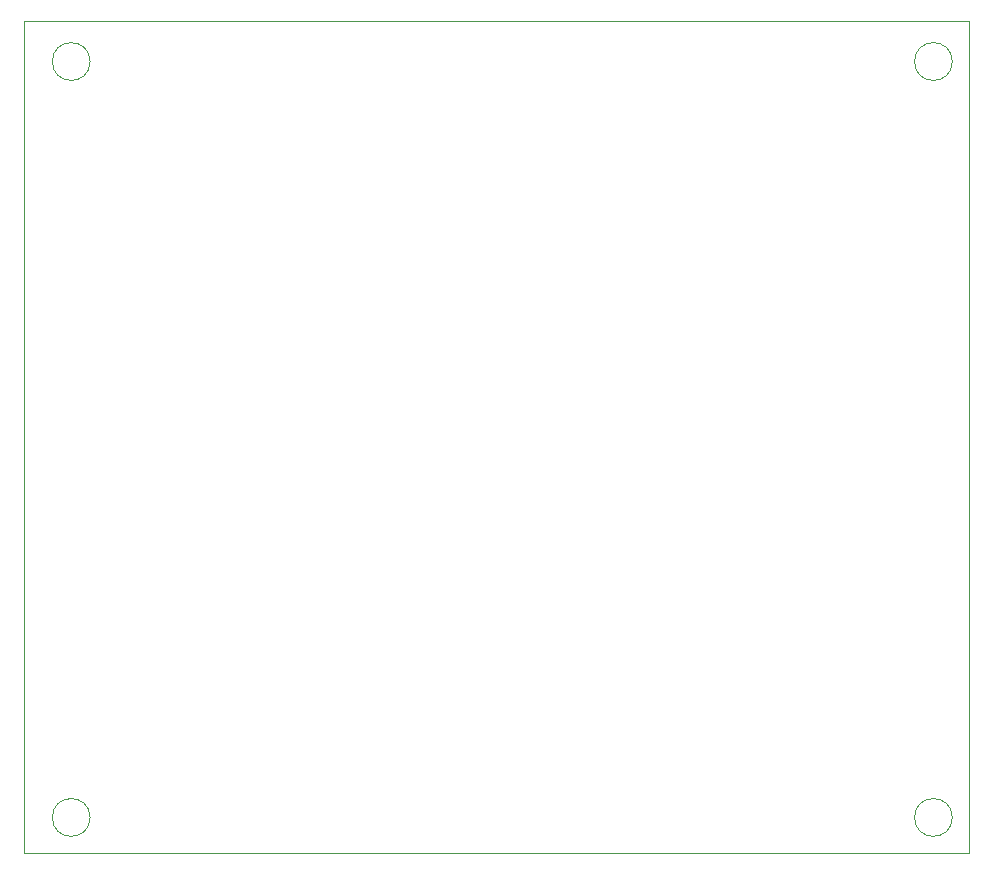
<source format=gm1>
G04 #@! TF.GenerationSoftware,KiCad,Pcbnew,8.0.8*
G04 #@! TF.CreationDate,2025-02-24T17:06:16+09:00*
G04 #@! TF.ProjectId,LM13700_Overdrive,4c4d3133-3730-4305-9f4f-766572647269,rev?*
G04 #@! TF.SameCoordinates,Original*
G04 #@! TF.FileFunction,Profile,NP*
%FSLAX46Y46*%
G04 Gerber Fmt 4.6, Leading zero omitted, Abs format (unit mm)*
G04 Created by KiCad (PCBNEW 8.0.8) date 2025-02-24 17:06:16*
%MOMM*%
%LPD*%
G01*
G04 APERTURE LIST*
G04 #@! TA.AperFunction,Profile*
%ADD10C,0.050000*%
G04 #@! TD*
G04 APERTURE END LIST*
D10*
X93600000Y-94000000D02*
G75*
G02*
X90400000Y-94000000I-1600000J0D01*
G01*
X90400000Y-94000000D02*
G75*
G02*
X93600000Y-94000000I1600000J0D01*
G01*
X166600000Y-94000000D02*
G75*
G02*
X163400000Y-94000000I-1600000J0D01*
G01*
X163400000Y-94000000D02*
G75*
G02*
X166600000Y-94000000I1600000J0D01*
G01*
X93600000Y-30000000D02*
G75*
G02*
X90400000Y-30000000I-1600000J0D01*
G01*
X90400000Y-30000000D02*
G75*
G02*
X93600000Y-30000000I1600000J0D01*
G01*
X166600000Y-30000000D02*
G75*
G02*
X163400000Y-30000000I-1600000J0D01*
G01*
X163400000Y-30000000D02*
G75*
G02*
X166600000Y-30000000I1600000J0D01*
G01*
X88000000Y-26530000D02*
X168000000Y-26530000D01*
X168000000Y-97000000D01*
X88000000Y-97000000D01*
X88000000Y-26530000D01*
M02*

</source>
